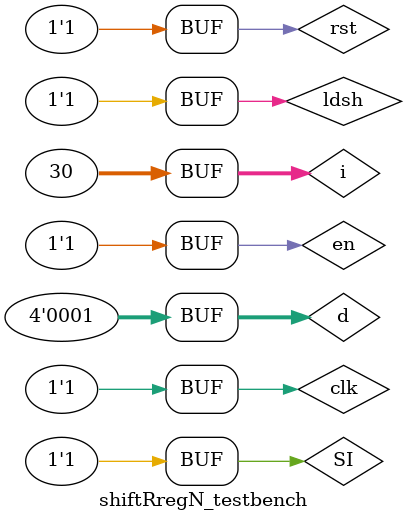
<source format=v>

module shiftRregN_testbench #(parameter N = 4) ();
  reg [N-1:0] d;
  reg clk, rst, en, ldsh, SI; 	// SI = Shift In
  wire SO;						// SO = Shift Out
  wire [N-1:0] q;
  
  shiftRregN #(.N(4)) DUT (.d(d), .clk(clk), .rst(rst), .en(en), 
                                     .ldsh(ldsh), .SI(SI), .SO(SO), .q(q));
  
  initial
    begin
      $monitor ($time, "rst=%b, en=%b, ldsh=%b, SI=%b, d=%b, SO=%b, q=%b", 
                rst, en, ldsh, SI, d, SO, q);
    end
  
  integer i;
  
  initial
    begin
      $dumpfile("shiftRregN.vcd");
      $dumpvars(1, shiftRregN_testbench);
      
      #0 clk = 0; rst = 1; en = 1; ldsh = 0; SI = 0; d = 0;
      
      for (i = 0; i < 30; i = i + 1)
        begin
          #25 clk <= ~clk;
          #25 clk <= ~clk; rst <= (i%9==4)?0:1; en <= (i%9==7)?0:1; ldsh <= (i%6==5)?1:0; SI <= (i<15)?0:1; d <= d+1;
        end
      
    end
  
endmodule
</source>
